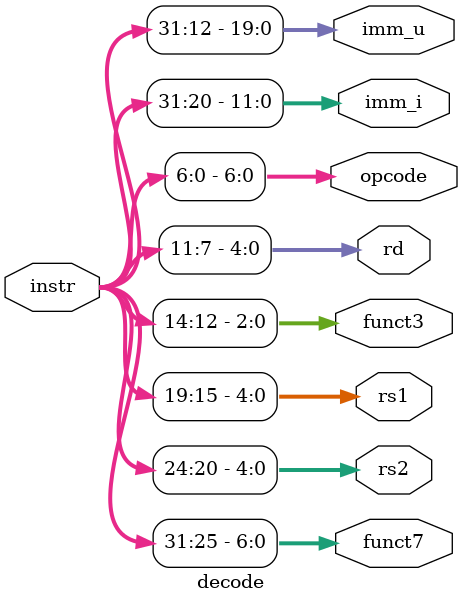
<source format=sv>
/*  decode.sv
    This module will take in a 32-bit RISC-V instruction, then separate the
    word into its appropriate components. Not all outputs will be used,
    depending on the type of instruction.

    This will account for the 'R', 'I' , and 'U' RISC-V instructions.

    Written by: Austin J. Staton
    Date: Oct. 15th, 2020
*/
module decode(input [31:0]  instr, 
            
              output  [6:0] funct7,
              output  [4:0] rs2,
              output  [4:0] rs1,
              output  [2:0] funct3,
              output  [4:0] rd,
              output  [6:0] opcode,
              output [11:0] imm_i,
              output [19:0] imm_u);

    // General outputs.
    assign rd = {instr[11:7]};
    assign opcode = {instr[6:0]};

    // R-Type specific outputs. 
    assign funct7 = {instr[31:25]};
    assign rs2 = {instr[24:20]};
    assign rs1 = {instr[19:15]};
    assign funct3 = {instr[14:12]};
    
    // I-Type specific outputs.
    assign imm_i = {instr[31:20]};
    
    // U-Type specific outputs.
    assign imm_u = {instr[31:12]};

endmodule
</source>
